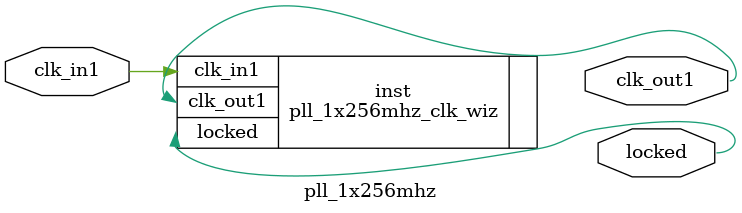
<source format=v>


`timescale 1ps/1ps

(* CORE_GENERATION_INFO = "pll_1x256mhz,clk_wiz_v6_0_3_0_0,{component_name=pll_1x256mhz,use_phase_alignment=true,use_min_o_jitter=false,use_max_i_jitter=false,use_dyn_phase_shift=false,use_inclk_switchover=false,use_dyn_reconfig=false,enable_axi=0,feedback_source=FDBK_AUTO,PRIMITIVE=MMCM,num_out_clk=1,clkin1_period=31.250,clkin2_period=10.0,use_power_down=false,use_reset=false,use_locked=true,use_inclk_stopped=false,feedback_type=SINGLE,CLOCK_MGR_TYPE=NA,manual_override=false}" *)

module pll_1x256mhz 
 (
  // Clock out ports
  output        clk_out1,
  // Status and control signals
  output        locked,
 // Clock in ports
  input         clk_in1
 );

  pll_1x256mhz_clk_wiz inst
  (
  // Clock out ports  
  .clk_out1(clk_out1),
  // Status and control signals               
  .locked(locked),
 // Clock in ports
  .clk_in1(clk_in1)
  );

endmodule

</source>
